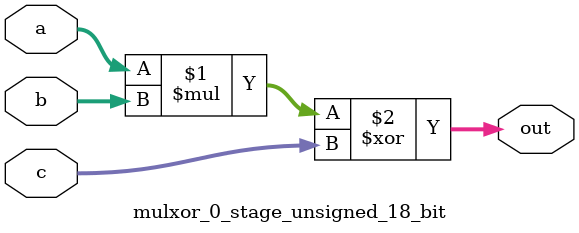
<source format=sv>
(* use_dsp = "yes" *) module mulxor_0_stage_unsigned_18_bit(
	input  [17:0] a,
	input  [17:0] b,
	input  [17:0] c,
	output [17:0] out
	);

	assign out = (a * b) ^ c;
endmodule

</source>
